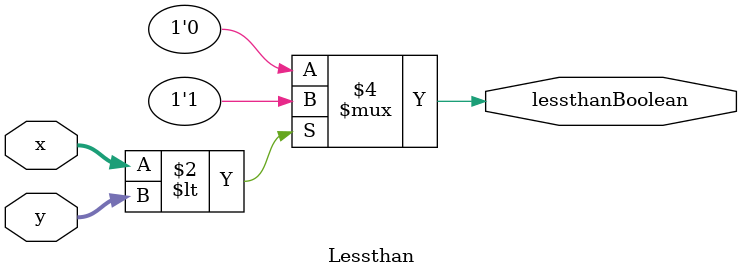
<source format=v>
/*
Gabriel Altman
ECEN 2350 Digital Logic
March, 2018
*/

module Lessthan(x, y, lessthanBoolean);
	input [3:0]x;
	input [3:0]y;
	output reg lessthanBoolean;
	
	always @(x,y)
		begin
			if (x < y) lessthanBoolean=1;
			else lessthanBoolean=0;
		end
endmodule
		
</source>
